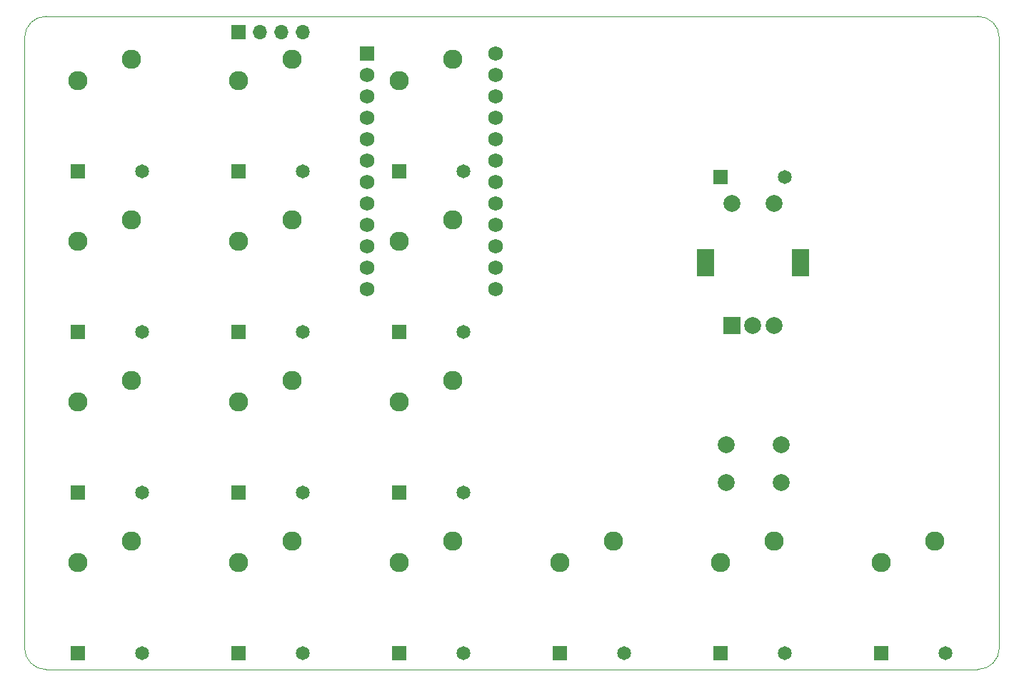
<source format=gbr>
G04 #@! TF.GenerationSoftware,KiCad,Pcbnew,(5.1.5)-3*
G04 #@! TF.CreationDate,2020-09-11T01:00:18+03:00*
G04 #@! TF.ProjectId,taro,7461726f-2e6b-4696-9361-645f70636258,rev?*
G04 #@! TF.SameCoordinates,Original*
G04 #@! TF.FileFunction,Copper,L1,Top*
G04 #@! TF.FilePolarity,Positive*
%FSLAX46Y46*%
G04 Gerber Fmt 4.6, Leading zero omitted, Abs format (unit mm)*
G04 Created by KiCad (PCBNEW (5.1.5)-3) date 2020-09-11 01:00:18*
%MOMM*%
%LPD*%
G04 APERTURE LIST*
%ADD10C,0.050000*%
%ADD11R,1.752600X1.752600*%
%ADD12C,1.752600*%
%ADD13C,2.286000*%
%ADD14R,2.000000X2.000000*%
%ADD15C,2.000000*%
%ADD16R,2.000000X3.200000*%
%ADD17R,1.700000X1.700000*%
%ADD18O,1.700000X1.700000*%
%ADD19C,1.651000*%
%ADD20R,1.651000X1.651000*%
G04 APERTURE END LIST*
D10*
X46355000Y-140335000D02*
X156845000Y-140335000D01*
X43815000Y-65405000D02*
X43815000Y-137795000D01*
X156845000Y-62865000D02*
X46355000Y-62865000D01*
X159385000Y-137795000D02*
X159385000Y-65405000D01*
X159385000Y-137795000D02*
G75*
G02X156845000Y-140335000I-2540000J0D01*
G01*
X46355000Y-140335000D02*
G75*
G02X43815000Y-137795000I0J2540000D01*
G01*
X43815000Y-65405000D02*
G75*
G02X46355000Y-62865000I2540000J0D01*
G01*
X156845000Y-62865000D02*
G75*
G02X159385000Y-65405000I0J-2540000D01*
G01*
D11*
X84455000Y-67310000D03*
D12*
X84455000Y-69850000D03*
X84455000Y-72390000D03*
X84455000Y-74930000D03*
X84455000Y-77470000D03*
X84455000Y-80010000D03*
X84455000Y-82550000D03*
X84455000Y-85090000D03*
X84455000Y-87630000D03*
X84455000Y-90170000D03*
X84455000Y-92710000D03*
X99695000Y-95250000D03*
X99695000Y-92710000D03*
X99695000Y-90170000D03*
X99695000Y-87630000D03*
X99695000Y-85090000D03*
X99695000Y-82550000D03*
X99695000Y-80010000D03*
X99695000Y-77470000D03*
X99695000Y-74930000D03*
X99695000Y-72390000D03*
X99695000Y-69850000D03*
X84455000Y-95250000D03*
X99695000Y-67310000D03*
D13*
X151765000Y-125095000D03*
X145415000Y-127635000D03*
X132715000Y-125095000D03*
X126365000Y-127635000D03*
X113665000Y-125095000D03*
X107315000Y-127635000D03*
D14*
X127675000Y-99575000D03*
D15*
X130175000Y-99575000D03*
X132675000Y-99575000D03*
D16*
X124575000Y-92075000D03*
X135775000Y-92075000D03*
D15*
X127675000Y-85075000D03*
X132675000Y-85075000D03*
D13*
X94615000Y-125095000D03*
X88265000Y-127635000D03*
X94615000Y-106045000D03*
X88265000Y-108585000D03*
X94615000Y-86995000D03*
X88265000Y-89535000D03*
X94615000Y-67945000D03*
X88265000Y-70485000D03*
X75565000Y-125095000D03*
X69215000Y-127635000D03*
X75565000Y-106045000D03*
X69215000Y-108585000D03*
X75565000Y-86995000D03*
X69215000Y-89535000D03*
X75565000Y-67945000D03*
X69215000Y-70485000D03*
X56515000Y-125095000D03*
X50165000Y-127635000D03*
X56515000Y-106045000D03*
X50165000Y-108585000D03*
X56515000Y-86995000D03*
X50165000Y-89535000D03*
X56515000Y-67945000D03*
X50165000Y-70485000D03*
D15*
X127000000Y-118165000D03*
X127000000Y-113665000D03*
X133500000Y-118165000D03*
X133500000Y-113665000D03*
D17*
X69215000Y-64770000D03*
D18*
X71755000Y-64770000D03*
X74295000Y-64770000D03*
X76835000Y-64770000D03*
D19*
X153035000Y-138430000D03*
D20*
X145415000Y-138430000D03*
D19*
X133985000Y-138430000D03*
D20*
X126365000Y-138430000D03*
D19*
X133985000Y-81915000D03*
D20*
X126365000Y-81915000D03*
D19*
X114935000Y-138430000D03*
D20*
X107315000Y-138430000D03*
D19*
X95885000Y-138430000D03*
D20*
X88265000Y-138430000D03*
D19*
X95885000Y-119380000D03*
D20*
X88265000Y-119380000D03*
D19*
X95885000Y-100330000D03*
D20*
X88265000Y-100330000D03*
D19*
X95885000Y-81280000D03*
D20*
X88265000Y-81280000D03*
D19*
X76835000Y-138430000D03*
D20*
X69215000Y-138430000D03*
D19*
X76835000Y-119380000D03*
D20*
X69215000Y-119380000D03*
D19*
X76835000Y-100330000D03*
D20*
X69215000Y-100330000D03*
D19*
X76835000Y-81280000D03*
D20*
X69215000Y-81280000D03*
D19*
X57785000Y-138430000D03*
D20*
X50165000Y-138430000D03*
D19*
X57785000Y-119380000D03*
D20*
X50165000Y-119380000D03*
D19*
X57785000Y-100330000D03*
D20*
X50165000Y-100330000D03*
D19*
X57785000Y-81280000D03*
D20*
X50165000Y-81280000D03*
M02*

</source>
